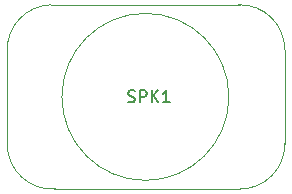
<source format=gbr>
%TF.GenerationSoftware,KiCad,Pcbnew,4.0.5-e0-6337~49~ubuntu16.04.1*%
%TF.CreationDate,2017-01-18T23:04:43-08:00*%
%TF.ProjectId,2x3-Speaker-TH-5mm-Pitch,3278332D537065616B65722D54482D35,1.0*%
%TF.FileFunction,Other,Fab,Top*%
%FSLAX46Y46*%
G04 Gerber Fmt 4.6, Leading zero omitted, Abs format (unit mm)*
G04 Created by KiCad (PCBNEW 4.0.5-e0-6337~49~ubuntu16.04.1) date Wed Jan 18 23:04:43 2017*
%MOMM*%
%LPD*%
G01*
G04 APERTURE LIST*
%ADD10C,0.350000*%
%ADD11C,0.100000*%
%ADD12C,0.040640*%
%ADD13C,0.150000*%
G04 APERTURE END LIST*
D10*
D11*
X145121068Y-98235000D02*
G75*
G03X145121068Y-98235000I-7071068J0D01*
G01*
D12*
X126350000Y-94235000D02*
X126350000Y-102235000D01*
X130050000Y-90435000D02*
G75*
G03X126356632Y-94334820I106632J-3799820D01*
G01*
X126350000Y-102235000D02*
G75*
G03X130461824Y-106035000I3811824J0D01*
G01*
X146050000Y-106036316D02*
G75*
G03X149850000Y-102135000I0J3801316D01*
G01*
X149851316Y-94235000D02*
G75*
G03X145950000Y-90435000I-3801316J0D01*
G01*
X149850000Y-94235000D02*
X149850000Y-102235000D01*
X146050000Y-90435000D02*
X130050000Y-90435000D01*
X146050000Y-106035000D02*
X130350000Y-106035000D01*
D13*
X136588095Y-98639762D02*
X136730952Y-98687381D01*
X136969048Y-98687381D01*
X137064286Y-98639762D01*
X137111905Y-98592143D01*
X137159524Y-98496905D01*
X137159524Y-98401667D01*
X137111905Y-98306429D01*
X137064286Y-98258810D01*
X136969048Y-98211190D01*
X136778571Y-98163571D01*
X136683333Y-98115952D01*
X136635714Y-98068333D01*
X136588095Y-97973095D01*
X136588095Y-97877857D01*
X136635714Y-97782619D01*
X136683333Y-97735000D01*
X136778571Y-97687381D01*
X137016667Y-97687381D01*
X137159524Y-97735000D01*
X137588095Y-98687381D02*
X137588095Y-97687381D01*
X137969048Y-97687381D01*
X138064286Y-97735000D01*
X138111905Y-97782619D01*
X138159524Y-97877857D01*
X138159524Y-98020714D01*
X138111905Y-98115952D01*
X138064286Y-98163571D01*
X137969048Y-98211190D01*
X137588095Y-98211190D01*
X138588095Y-98687381D02*
X138588095Y-97687381D01*
X139159524Y-98687381D02*
X138730952Y-98115952D01*
X139159524Y-97687381D02*
X138588095Y-98258810D01*
X140111905Y-98687381D02*
X139540476Y-98687381D01*
X139826190Y-98687381D02*
X139826190Y-97687381D01*
X139730952Y-97830238D01*
X139635714Y-97925476D01*
X139540476Y-97973095D01*
M02*

</source>
